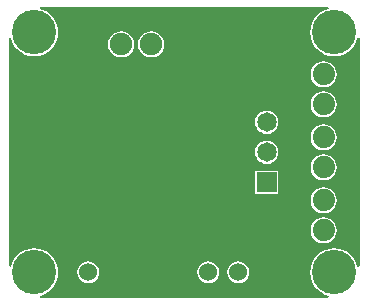
<source format=gbl>
G04*
G04 #@! TF.GenerationSoftware,Altium Limited,Altium Designer,18.1.6 (161)*
G04*
G04 Layer_Physical_Order=2*
G04 Layer_Color=16711680*
%FSAX24Y24*%
%MOIN*%
G70*
G01*
G75*
%ADD18C,0.1500*%
%ADD22R,0.6000X0.5000*%
%ADD26C,0.1476*%
%ADD27C,0.0740*%
%ADD28C,0.0600*%
%ADD29C,0.0750*%
%ADD30C,0.0650*%
%ADD31R,0.0650X0.0650*%
%ADD32C,0.0300*%
%ADD33C,0.0500*%
G36*
X010812Y009777D02*
X010693Y009741D01*
X010554Y009667D01*
X010433Y009567D01*
X010333Y009446D01*
X010259Y009307D01*
X010213Y009156D01*
X010198Y009000D01*
X010213Y008844D01*
X010259Y008693D01*
X010333Y008554D01*
X010433Y008433D01*
X010554Y008333D01*
X010693Y008259D01*
X010844Y008213D01*
X011000Y008198D01*
X011156Y008213D01*
X011307Y008259D01*
X011446Y008333D01*
X011567Y008433D01*
X011667Y008554D01*
X011741Y008693D01*
X011777Y008812D01*
X011847Y008802D01*
Y001198D01*
X011777Y001188D01*
X011741Y001307D01*
X011667Y001446D01*
X011567Y001567D01*
X011446Y001667D01*
X011307Y001741D01*
X011156Y001787D01*
X011000Y001802D01*
X010844Y001787D01*
X010693Y001741D01*
X010554Y001667D01*
X010433Y001567D01*
X010333Y001446D01*
X010259Y001307D01*
X010213Y001156D01*
X010198Y001000D01*
X010213Y000844D01*
X010259Y000693D01*
X010333Y000554D01*
X010433Y000433D01*
X010554Y000333D01*
X010693Y000259D01*
X010812Y000223D01*
X010802Y000153D01*
X001198D01*
X001188Y000223D01*
X001307Y000259D01*
X001446Y000333D01*
X001567Y000433D01*
X001667Y000554D01*
X001741Y000693D01*
X001787Y000844D01*
X001802Y001000D01*
X001787Y001156D01*
X001741Y001307D01*
X001667Y001446D01*
X001567Y001567D01*
X001446Y001667D01*
X001307Y001741D01*
X001156Y001787D01*
X001000Y001802D01*
X000844Y001787D01*
X000693Y001741D01*
X000554Y001667D01*
X000433Y001567D01*
X000333Y001446D01*
X000259Y001307D01*
X000223Y001188D01*
X000153Y001198D01*
Y008802D01*
X000223Y008812D01*
X000259Y008693D01*
X000333Y008554D01*
X000433Y008433D01*
X000554Y008333D01*
X000693Y008259D01*
X000844Y008213D01*
X001000Y008198D01*
X001156Y008213D01*
X001307Y008259D01*
X001446Y008333D01*
X001567Y008433D01*
X001667Y008554D01*
X001741Y008693D01*
X001787Y008844D01*
X001802Y009000D01*
X001787Y009156D01*
X001741Y009307D01*
X001667Y009446D01*
X001567Y009567D01*
X001446Y009667D01*
X001307Y009741D01*
X001188Y009777D01*
X001198Y009847D01*
X010802D01*
X010812Y009777D01*
D02*
G37*
%LPC*%
G36*
X004900Y009039D02*
X004786Y009024D01*
X004681Y008980D01*
X004590Y008910D01*
X004520Y008819D01*
X004476Y008714D01*
X004461Y008600D01*
X004476Y008486D01*
X004520Y008381D01*
X004590Y008290D01*
X004681Y008220D01*
X004786Y008176D01*
X004900Y008161D01*
X005014Y008176D01*
X005119Y008220D01*
X005210Y008290D01*
X005280Y008381D01*
X005324Y008486D01*
X005339Y008600D01*
X005324Y008714D01*
X005280Y008819D01*
X005210Y008910D01*
X005119Y008980D01*
X005014Y009024D01*
X004900Y009039D01*
D02*
G37*
G36*
X003900D02*
X003786Y009024D01*
X003681Y008980D01*
X003590Y008910D01*
X003520Y008819D01*
X003476Y008714D01*
X003461Y008600D01*
X003476Y008486D01*
X003520Y008381D01*
X003590Y008290D01*
X003681Y008220D01*
X003786Y008176D01*
X003900Y008161D01*
X004014Y008176D01*
X004119Y008220D01*
X004210Y008290D01*
X004280Y008381D01*
X004324Y008486D01*
X004339Y008600D01*
X004324Y008714D01*
X004280Y008819D01*
X004210Y008910D01*
X004119Y008980D01*
X004014Y009024D01*
X003900Y009039D01*
D02*
G37*
G36*
X010650Y008034D02*
X010538Y008019D01*
X010433Y007976D01*
X010343Y007907D01*
X010274Y007817D01*
X010231Y007712D01*
X010216Y007600D01*
X010231Y007488D01*
X010274Y007383D01*
X010343Y007293D01*
X010433Y007224D01*
X010538Y007181D01*
X010650Y007166D01*
X010762Y007181D01*
X010867Y007224D01*
X010957Y007293D01*
X011026Y007383D01*
X011069Y007488D01*
X011084Y007600D01*
X011069Y007712D01*
X011026Y007817D01*
X010957Y007907D01*
X010867Y007976D01*
X010762Y008019D01*
X010650Y008034D01*
D02*
G37*
G36*
Y007034D02*
X010538Y007019D01*
X010433Y006976D01*
X010343Y006907D01*
X010274Y006817D01*
X010231Y006712D01*
X010216Y006600D01*
X010231Y006488D01*
X010274Y006383D01*
X010343Y006293D01*
X010433Y006224D01*
X010538Y006181D01*
X010650Y006166D01*
X010762Y006181D01*
X010867Y006224D01*
X010957Y006293D01*
X011026Y006383D01*
X011069Y006488D01*
X011084Y006600D01*
X011069Y006712D01*
X011026Y006817D01*
X010957Y006907D01*
X010867Y006976D01*
X010762Y007019D01*
X010650Y007034D01*
D02*
G37*
G36*
X008750Y006388D02*
X008649Y006375D01*
X008556Y006336D01*
X008475Y006275D01*
X008414Y006194D01*
X008375Y006101D01*
X008362Y006000D01*
X008375Y005899D01*
X008414Y005806D01*
X008475Y005725D01*
X008556Y005664D01*
X008649Y005625D01*
X008750Y005612D01*
X008851Y005625D01*
X008944Y005664D01*
X009025Y005725D01*
X009086Y005806D01*
X009125Y005899D01*
X009138Y006000D01*
X009125Y006101D01*
X009086Y006194D01*
X009025Y006275D01*
X008944Y006336D01*
X008851Y006375D01*
X008750Y006388D01*
D02*
G37*
G36*
X010650Y005934D02*
X010538Y005919D01*
X010433Y005876D01*
X010343Y005807D01*
X010274Y005717D01*
X010231Y005612D01*
X010216Y005500D01*
X010231Y005388D01*
X010274Y005283D01*
X010343Y005193D01*
X010433Y005124D01*
X010538Y005081D01*
X010650Y005066D01*
X010762Y005081D01*
X010867Y005124D01*
X010957Y005193D01*
X011026Y005283D01*
X011069Y005388D01*
X011084Y005500D01*
X011069Y005612D01*
X011026Y005717D01*
X010957Y005807D01*
X010867Y005876D01*
X010762Y005919D01*
X010650Y005934D01*
D02*
G37*
G36*
X008750Y005388D02*
X008649Y005375D01*
X008556Y005336D01*
X008475Y005275D01*
X008414Y005194D01*
X008375Y005100D01*
X008362Y005000D01*
X008375Y004900D01*
X008414Y004806D01*
X008475Y004725D01*
X008556Y004664D01*
X008649Y004625D01*
X008750Y004612D01*
X008851Y004625D01*
X008944Y004664D01*
X009025Y004725D01*
X009086Y004806D01*
X009125Y004900D01*
X009138Y005000D01*
X009125Y005100D01*
X009086Y005194D01*
X009025Y005275D01*
X008944Y005336D01*
X008851Y005375D01*
X008750Y005388D01*
D02*
G37*
G36*
X010650Y004934D02*
X010538Y004919D01*
X010433Y004876D01*
X010343Y004807D01*
X010274Y004717D01*
X010231Y004612D01*
X010216Y004500D01*
X010231Y004388D01*
X010274Y004283D01*
X010343Y004193D01*
X010433Y004124D01*
X010538Y004081D01*
X010650Y004066D01*
X010762Y004081D01*
X010867Y004124D01*
X010957Y004193D01*
X011026Y004283D01*
X011069Y004388D01*
X011084Y004500D01*
X011069Y004612D01*
X011026Y004717D01*
X010957Y004807D01*
X010867Y004876D01*
X010762Y004919D01*
X010650Y004934D01*
D02*
G37*
G36*
X009135Y004385D02*
X008365D01*
Y003615D01*
X009135D01*
Y004385D01*
D02*
G37*
G36*
X010650Y003834D02*
X010538Y003819D01*
X010433Y003776D01*
X010343Y003707D01*
X010274Y003617D01*
X010231Y003512D01*
X010216Y003400D01*
X010231Y003288D01*
X010274Y003183D01*
X010343Y003093D01*
X010433Y003024D01*
X010538Y002981D01*
X010650Y002966D01*
X010762Y002981D01*
X010867Y003024D01*
X010957Y003093D01*
X011026Y003183D01*
X011069Y003288D01*
X011084Y003400D01*
X011069Y003512D01*
X011026Y003617D01*
X010957Y003707D01*
X010867Y003776D01*
X010762Y003819D01*
X010650Y003834D01*
D02*
G37*
G36*
Y002834D02*
X010538Y002819D01*
X010433Y002776D01*
X010343Y002707D01*
X010274Y002617D01*
X010231Y002512D01*
X010216Y002400D01*
X010231Y002288D01*
X010274Y002183D01*
X010343Y002093D01*
X010433Y002024D01*
X010538Y001981D01*
X010650Y001966D01*
X010762Y001981D01*
X010867Y002024D01*
X010957Y002093D01*
X011026Y002183D01*
X011069Y002288D01*
X011084Y002400D01*
X011069Y002512D01*
X011026Y002617D01*
X010957Y002707D01*
X010867Y002776D01*
X010762Y002819D01*
X010650Y002834D01*
D02*
G37*
G36*
X007800Y001363D02*
X007706Y001351D01*
X007618Y001314D01*
X007543Y001257D01*
X007486Y001182D01*
X007449Y001094D01*
X007437Y001000D01*
X007449Y000906D01*
X007486Y000818D01*
X007543Y000743D01*
X007618Y000686D01*
X007706Y000649D01*
X007800Y000637D01*
X007894Y000649D01*
X007982Y000686D01*
X008057Y000743D01*
X008114Y000818D01*
X008151Y000906D01*
X008163Y001000D01*
X008151Y001094D01*
X008114Y001182D01*
X008057Y001257D01*
X007982Y001314D01*
X007894Y001351D01*
X007800Y001363D01*
D02*
G37*
G36*
X006800D02*
X006706Y001351D01*
X006618Y001314D01*
X006543Y001257D01*
X006486Y001182D01*
X006449Y001094D01*
X006437Y001000D01*
X006449Y000906D01*
X006486Y000818D01*
X006543Y000743D01*
X006618Y000686D01*
X006706Y000649D01*
X006800Y000637D01*
X006894Y000649D01*
X006982Y000686D01*
X007057Y000743D01*
X007114Y000818D01*
X007151Y000906D01*
X007163Y001000D01*
X007151Y001094D01*
X007114Y001182D01*
X007057Y001257D01*
X006982Y001314D01*
X006894Y001351D01*
X006800Y001363D01*
D02*
G37*
G36*
X002800D02*
X002706Y001351D01*
X002618Y001314D01*
X002543Y001257D01*
X002486Y001182D01*
X002449Y001094D01*
X002437Y001000D01*
X002449Y000906D01*
X002486Y000818D01*
X002543Y000743D01*
X002618Y000686D01*
X002706Y000649D01*
X002800Y000637D01*
X002894Y000649D01*
X002982Y000686D01*
X003057Y000743D01*
X003114Y000818D01*
X003151Y000906D01*
X003163Y001000D01*
X003151Y001094D01*
X003114Y001182D01*
X003057Y001257D01*
X002982Y001314D01*
X002894Y001351D01*
X002800Y001363D01*
D02*
G37*
%LPD*%
D18*
X002450Y005000D02*
D03*
D22*
X003450D02*
D03*
D26*
X011000Y001000D02*
D03*
Y009000D02*
D03*
X001000Y001000D02*
D03*
Y009000D02*
D03*
D27*
X010650Y007600D02*
D03*
Y006600D02*
D03*
Y005500D02*
D03*
Y004500D02*
D03*
Y003400D02*
D03*
Y002400D02*
D03*
D28*
X007800Y001000D02*
D03*
X002800D02*
D03*
X006800D02*
D03*
D29*
X004900Y008600D02*
D03*
X003900D02*
D03*
D30*
X008750Y005000D02*
D03*
Y006000D02*
D03*
D31*
Y004000D02*
D03*
D32*
X001502Y005837D02*
D03*
Y004064D02*
D03*
X003750Y005246D02*
D03*
X004500D02*
D03*
X005250D02*
D03*
X000750D02*
D03*
X000752Y002882D02*
D03*
Y003473D02*
D03*
Y004064D02*
D03*
X000750Y004655D02*
D03*
X000752Y005837D02*
D03*
X000750Y006428D02*
D03*
X000752Y007019D02*
D03*
X001502Y002882D02*
D03*
Y003473D02*
D03*
X001500Y006428D02*
D03*
X001502Y007019D02*
D03*
X002252Y002882D02*
D03*
Y003473D02*
D03*
X002250Y006428D02*
D03*
X002252Y007019D02*
D03*
X003002Y002882D02*
D03*
Y003473D02*
D03*
X003000Y006428D02*
D03*
X003002Y007019D02*
D03*
X003752Y002882D02*
D03*
Y003473D02*
D03*
Y004064D02*
D03*
X003750Y004655D02*
D03*
X003752Y005837D02*
D03*
X003750Y006428D02*
D03*
X003752Y007019D02*
D03*
X004502Y002882D02*
D03*
Y003473D02*
D03*
Y004064D02*
D03*
X004500Y004655D02*
D03*
X004502Y005837D02*
D03*
X004500Y006428D02*
D03*
X004502Y007019D02*
D03*
X005252Y002882D02*
D03*
Y003473D02*
D03*
Y004064D02*
D03*
X005250Y004655D02*
D03*
X005252Y005837D02*
D03*
X005250Y006428D02*
D03*
X005252Y007019D02*
D03*
X006002D02*
D03*
X006000Y006428D02*
D03*
X006002Y005837D02*
D03*
X006000Y005246D02*
D03*
Y004655D02*
D03*
X006002Y004064D02*
D03*
Y003473D02*
D03*
Y002882D02*
D03*
D33*
X005850Y004951D02*
X007738D01*
X003412Y001536D02*
Y003424D01*
X003461Y006112D02*
Y008000D01*
X003450Y005000D02*
Y006101D01*
Y005000D02*
X006000D01*
X003450Y006101D02*
X003461Y006112D01*
M02*

</source>
